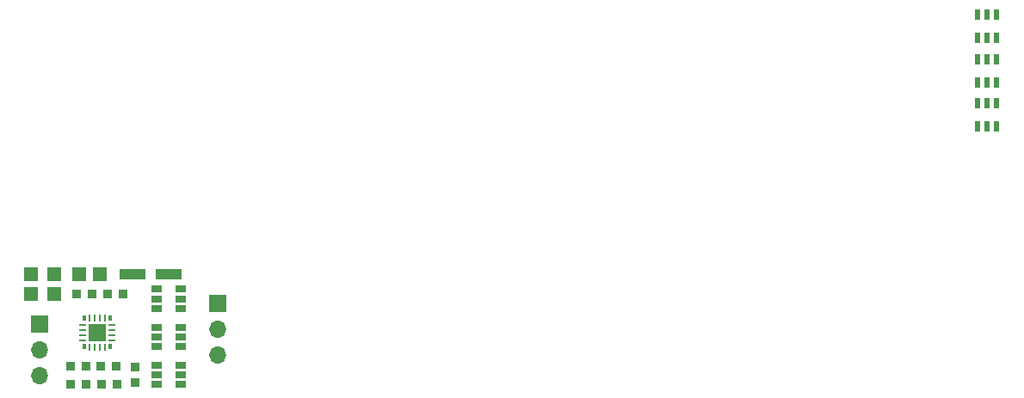
<source format=gts>
G04 #@! TF.GenerationSoftware,KiCad,Pcbnew,8.0.7-8.0.7-0~ubuntu22.04.1*
G04 #@! TF.CreationDate,2025-01-18T20:22:17+01:00*
G04 #@! TF.ProjectId,pinchito_uesc,70696e63-6869-4746-9f5f-756573632e6b,rev?*
G04 #@! TF.SameCoordinates,Original*
G04 #@! TF.FileFunction,Soldermask,Top*
G04 #@! TF.FilePolarity,Negative*
%FSLAX46Y46*%
G04 Gerber Fmt 4.6, Leading zero omitted, Abs format (unit mm)*
G04 Created by KiCad (PCBNEW 8.0.7-8.0.7-0~ubuntu22.04.1) date 2025-01-18 20:22:17*
%MOMM*%
%LPD*%
G01*
G04 APERTURE LIST*
%ADD10R,1.350000X1.410000*%
%ADD11R,0.810000X0.860000*%
%ADD12R,0.530000X1.070000*%
%ADD13R,0.340000X0.500000*%
%ADD14R,0.250000X0.700000*%
%ADD15R,0.700000X0.250000*%
%ADD16R,1.700000X1.700000*%
%ADD17O,1.700000X1.700000*%
%ADD18R,2.500000X1.000000*%
%ADD19R,0.860000X0.810000*%
%ADD20R,1.000000X0.700000*%
%ADD21R,1.410000X1.350000*%
G04 APERTURE END LIST*
D10*
G04 #@! TO.C,C1*
X1200000Y-1200000D03*
X1200000Y-3200000D03*
G04 #@! TD*
D11*
G04 #@! TO.C,R5*
X8050000Y-10300000D03*
X9550000Y-10300000D03*
G04 #@! TD*
D12*
G04 #@! TO.C,Q5*
X94300000Y17670000D03*
X95250000Y17670000D03*
X96200000Y17670000D03*
X96200000Y19970000D03*
X95250000Y19970000D03*
X94300000Y19970000D03*
G04 #@! TD*
D10*
G04 #@! TO.C,C2*
X3450000Y-1200000D03*
X3450000Y-3200000D03*
G04 #@! TD*
D13*
G04 #@! TO.C,U1*
X6450000Y-8330000D03*
D14*
X6950000Y-8400000D03*
X7450000Y-8400000D03*
X7950000Y-8400000D03*
X8450000Y-8400000D03*
D13*
X8950000Y-8330000D03*
D15*
X9150000Y-7700000D03*
X9150000Y-7200000D03*
X9150000Y-6700000D03*
X9150000Y-6200000D03*
D13*
X8950000Y-5570000D03*
D14*
X8450000Y-5500000D03*
X7950000Y-5500000D03*
X7450000Y-5500000D03*
X6950000Y-5500000D03*
D13*
X6450000Y-5570000D03*
D15*
X6250000Y-6200000D03*
X6250000Y-6700000D03*
X6250000Y-7200000D03*
X6250000Y-7700000D03*
D16*
X7700000Y-6950000D03*
G04 #@! TD*
G04 #@! TO.C,J2*
X2032000Y-6111000D03*
D17*
X2032000Y-8651000D03*
X2032000Y-11191000D03*
G04 #@! TD*
D11*
G04 #@! TO.C,R3*
X8100000Y-12050000D03*
X9600000Y-12050000D03*
G04 #@! TD*
D16*
G04 #@! TO.C,J1*
X19558000Y-4064000D03*
D17*
X19558000Y-6604000D03*
X19558000Y-9144000D03*
G04 #@! TD*
D11*
G04 #@! TO.C,R6*
X8700000Y-3200000D03*
X10200000Y-3200000D03*
G04 #@! TD*
D18*
G04 #@! TO.C,TP2*
X11200000Y-1200000D03*
G04 #@! TD*
D19*
G04 #@! TO.C,R8*
X11400000Y-10350000D03*
X11400000Y-11850000D03*
G04 #@! TD*
D11*
G04 #@! TO.C,R4*
X5100000Y-10300000D03*
X6600000Y-10300000D03*
G04 #@! TD*
D12*
G04 #@! TO.C,Q4*
X94300000Y22040000D03*
X95250000Y22040000D03*
X96200000Y22040000D03*
X96200000Y24340000D03*
X95250000Y24340000D03*
X94300000Y24340000D03*
G04 #@! TD*
D20*
G04 #@! TO.C,Q2*
X13500000Y-6450000D03*
X13500000Y-7400000D03*
X13500000Y-8350000D03*
X15900000Y-8350000D03*
X15900000Y-7400000D03*
X15900000Y-6450000D03*
G04 #@! TD*
G04 #@! TO.C,Q3*
X13500000Y-10200000D03*
X13500000Y-11150000D03*
X13500000Y-12100000D03*
X15900000Y-12100000D03*
X15900000Y-11150000D03*
X15900000Y-10200000D03*
G04 #@! TD*
D18*
G04 #@! TO.C,TP1*
X14700000Y-1200000D03*
G04 #@! TD*
D21*
G04 #@! TO.C,C3*
X5950000Y-1200000D03*
X7950000Y-1200000D03*
G04 #@! TD*
D20*
G04 #@! TO.C,Q1*
X13500000Y-2700000D03*
X13500000Y-3650000D03*
X13500000Y-4600000D03*
X15900000Y-4600000D03*
X15900000Y-3650000D03*
X15900000Y-2700000D03*
G04 #@! TD*
D12*
G04 #@! TO.C,Q6*
X94300000Y13300000D03*
X95250000Y13300000D03*
X96200000Y13300000D03*
X96200000Y15600000D03*
X95250000Y15600000D03*
X94300000Y15600000D03*
G04 #@! TD*
D11*
G04 #@! TO.C,R2*
X5100000Y-12050000D03*
X6600000Y-12050000D03*
G04 #@! TD*
G04 #@! TO.C,R1*
X5700000Y-3200000D03*
X7200000Y-3200000D03*
G04 #@! TD*
M02*

</source>
